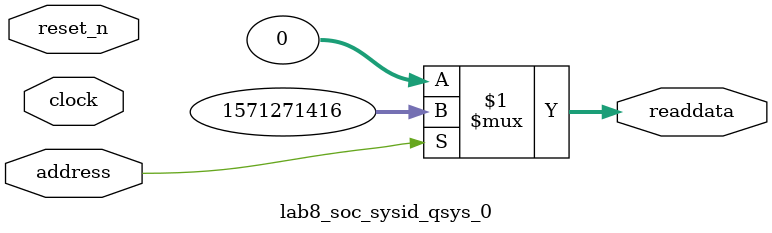
<source format=v>



// synthesis translate_off
`timescale 1ns / 1ps
// synthesis translate_on

// turn off superfluous verilog processor warnings 
// altera message_level Level1 
// altera message_off 10034 10035 10036 10037 10230 10240 10030 

module lab8_soc_sysid_qsys_0 (
               // inputs:
                address,
                clock,
                reset_n,

               // outputs:
                readdata
             )
;

  output  [ 31: 0] readdata;
  input            address;
  input            clock;
  input            reset_n;

  wire    [ 31: 0] readdata;
  //control_slave, which is an e_avalon_slave
  assign readdata = address ? 1571271416 : 0;

endmodule



</source>
